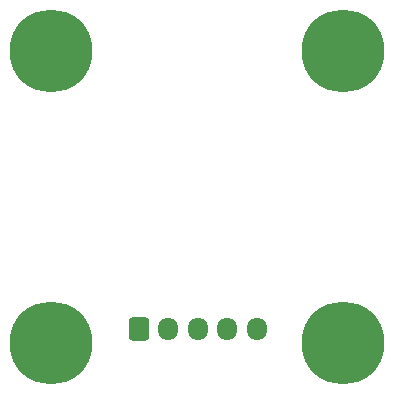
<source format=gbr>
%TF.GenerationSoftware,KiCad,Pcbnew,9.0.6*%
%TF.CreationDate,2026-02-10T13:55:09-08:00*%
%TF.ProjectId,ArmEncoderBoard,41726d45-6e63-46f6-9465-72426f617264,rev?*%
%TF.SameCoordinates,Original*%
%TF.FileFunction,Soldermask,Bot*%
%TF.FilePolarity,Negative*%
%FSLAX46Y46*%
G04 Gerber Fmt 4.6, Leading zero omitted, Abs format (unit mm)*
G04 Created by KiCad (PCBNEW 9.0.6) date 2026-02-10 13:55:09*
%MOMM*%
%LPD*%
G01*
G04 APERTURE LIST*
G04 Aperture macros list*
%AMRoundRect*
0 Rectangle with rounded corners*
0 $1 Rounding radius*
0 $2 $3 $4 $5 $6 $7 $8 $9 X,Y pos of 4 corners*
0 Add a 4 corners polygon primitive as box body*
4,1,4,$2,$3,$4,$5,$6,$7,$8,$9,$2,$3,0*
0 Add four circle primitives for the rounded corners*
1,1,$1+$1,$2,$3*
1,1,$1+$1,$4,$5*
1,1,$1+$1,$6,$7*
1,1,$1+$1,$8,$9*
0 Add four rect primitives between the rounded corners*
20,1,$1+$1,$2,$3,$4,$5,0*
20,1,$1+$1,$4,$5,$6,$7,0*
20,1,$1+$1,$6,$7,$8,$9,0*
20,1,$1+$1,$8,$9,$2,$3,0*%
G04 Aperture macros list end*
%ADD10C,7.000000*%
%ADD11RoundRect,0.250000X-0.600000X-0.725000X0.600000X-0.725000X0.600000X0.725000X-0.600000X0.725000X0*%
%ADD12O,1.700000X1.950000*%
G04 APERTURE END LIST*
D10*
%TO.C,H1*%
X126350500Y-69675500D03*
%TD*%
%TO.C,H3*%
X126350500Y-94424500D03*
%TD*%
%TO.C,H4*%
X151099500Y-94424500D03*
%TD*%
D11*
%TO.C,J1*%
X133800000Y-93200000D03*
D12*
X136300000Y-93200000D03*
X138800000Y-93200000D03*
X141300000Y-93200000D03*
X143800000Y-93200000D03*
%TD*%
D10*
%TO.C,H2*%
X151099500Y-69675500D03*
%TD*%
M02*

</source>
